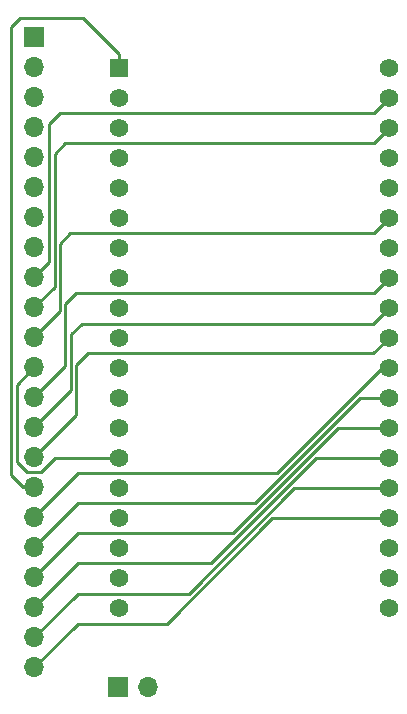
<source format=gbl>
G04 #@! TF.GenerationSoftware,KiCad,Pcbnew,7.0.6*
G04 #@! TF.CreationDate,2024-02-26T11:52:11-05:00*
G04 #@! TF.ProjectId,CHESSmate CPU,43484553-536d-4617-9465-204350552e6b,rev?*
G04 #@! TF.SameCoordinates,Original*
G04 #@! TF.FileFunction,Copper,L2,Bot*
G04 #@! TF.FilePolarity,Positive*
%FSLAX46Y46*%
G04 Gerber Fmt 4.6, Leading zero omitted, Abs format (unit mm)*
G04 Created by KiCad (PCBNEW 7.0.6) date 2024-02-26 11:52:11*
%MOMM*%
%LPD*%
G01*
G04 APERTURE LIST*
G04 #@! TA.AperFunction,ComponentPad*
%ADD10R,1.700000X1.700000*%
G04 #@! TD*
G04 #@! TA.AperFunction,ComponentPad*
%ADD11O,1.700000X1.700000*%
G04 #@! TD*
G04 #@! TA.AperFunction,ComponentPad*
%ADD12C,1.560000*%
G04 #@! TD*
G04 #@! TA.AperFunction,ComponentPad*
%ADD13R,1.560000X1.560000*%
G04 #@! TD*
G04 #@! TA.AperFunction,Conductor*
%ADD14C,0.250000*%
G04 #@! TD*
G04 APERTURE END LIST*
D10*
X118905000Y-112380000D03*
D11*
X121445000Y-112380000D03*
D12*
X141787500Y-105714500D03*
X141787500Y-103174500D03*
X141787500Y-100634500D03*
X141787500Y-98094500D03*
X141787500Y-95554500D03*
X141787500Y-93014500D03*
X141787500Y-90474500D03*
X141787500Y-87934500D03*
X141787500Y-85394500D03*
X141787500Y-82854500D03*
X141787500Y-80314500D03*
X141787500Y-77774500D03*
X141787500Y-75234500D03*
X141787500Y-72694500D03*
X141787500Y-70154500D03*
X141787500Y-67614500D03*
X141787500Y-65074500D03*
X141787500Y-62534500D03*
X141787500Y-59994500D03*
X118927500Y-105714500D03*
X118927500Y-103174500D03*
X118927500Y-100634500D03*
X118927500Y-98094500D03*
X118927500Y-95554500D03*
X118927500Y-93014500D03*
X118927500Y-90474500D03*
X118927500Y-87934500D03*
X118927500Y-85394500D03*
X118927500Y-82854500D03*
X118927500Y-80314500D03*
X118927500Y-77774500D03*
X118927500Y-75234500D03*
X118927500Y-72694500D03*
X118927500Y-70154500D03*
X118927500Y-67614500D03*
X118927500Y-65074500D03*
X118927500Y-62534500D03*
D13*
X118927500Y-59994500D03*
D10*
X111750000Y-57370000D03*
D11*
X111750000Y-59910000D03*
X111750000Y-62450000D03*
X111750000Y-64990000D03*
X111750000Y-67530000D03*
X111750000Y-70070000D03*
X111750000Y-72610000D03*
X111750000Y-75150000D03*
X111750000Y-77690000D03*
X111750000Y-80230000D03*
X111750000Y-82770000D03*
X111750000Y-85310000D03*
X111750000Y-87850000D03*
X111750000Y-90390000D03*
X111750000Y-92930000D03*
X111750000Y-95470000D03*
X111750000Y-98010000D03*
X111750000Y-100550000D03*
X111750000Y-103090000D03*
X111750000Y-105630000D03*
X111750000Y-108170000D03*
X111750000Y-110710000D03*
D14*
X110280000Y-86780000D02*
X111750000Y-85310000D01*
X112320000Y-94210000D02*
X113530000Y-93000000D01*
X113530000Y-93000000D02*
X118913000Y-93000000D01*
X111180000Y-94210000D02*
X112320000Y-94210000D01*
X110280000Y-86780000D02*
X110280000Y-93310000D01*
X118913000Y-93000000D02*
X118927500Y-93014500D01*
X110280000Y-93310000D02*
X111180000Y-94210000D01*
X110850000Y-95470000D02*
X111750000Y-95470000D01*
X118927500Y-58787500D02*
X118927500Y-59994500D01*
X109830000Y-56490000D02*
X110590000Y-55730000D01*
X115870000Y-55730000D02*
X118927500Y-58787500D01*
X110850000Y-95470000D02*
X109830000Y-94450000D01*
X110590000Y-55730000D02*
X115870000Y-55730000D01*
X109830000Y-94450000D02*
X109830000Y-56490000D01*
X123035000Y-107010000D02*
X131950500Y-98094500D01*
X111750000Y-110710000D02*
X115450000Y-107010000D01*
X115450000Y-107010000D02*
X123035000Y-107010000D01*
X131950500Y-98094500D02*
X141787500Y-98094500D01*
X124860000Y-104470000D02*
X133775500Y-95554500D01*
X115450000Y-104470000D02*
X124860000Y-104470000D01*
X133775500Y-95554500D02*
X141787500Y-95554500D01*
X111750000Y-108170000D02*
X115450000Y-104470000D01*
X135635500Y-93014500D02*
X141787500Y-93014500D01*
X126740000Y-101910000D02*
X135635500Y-93014500D01*
X115470000Y-101910000D02*
X126740000Y-101910000D01*
X111750000Y-105630000D02*
X115470000Y-101910000D01*
X137485500Y-90474500D02*
X141787500Y-90474500D01*
X115460000Y-99380000D02*
X128580000Y-99380000D01*
X128580000Y-99380000D02*
X137485500Y-90474500D01*
X111750000Y-103090000D02*
X115460000Y-99380000D01*
X139345500Y-87934500D02*
X141787500Y-87934500D01*
X130450000Y-96830000D02*
X139345500Y-87934500D01*
X115470000Y-96830000D02*
X130450000Y-96830000D01*
X111750000Y-100550000D02*
X115470000Y-96830000D01*
X141215500Y-85394500D02*
X141787500Y-85394500D01*
X115470000Y-94290000D02*
X132320000Y-94290000D01*
X132320000Y-94290000D02*
X141215500Y-85394500D01*
X111750000Y-98010000D02*
X115470000Y-94290000D01*
X115350000Y-85130000D02*
X116340000Y-84140000D01*
X115350000Y-89330000D02*
X115350000Y-85130000D01*
X116340000Y-84140000D02*
X140502000Y-84140000D01*
X111750000Y-92930000D02*
X115350000Y-89330000D01*
X140502000Y-84140000D02*
X141787500Y-82854500D01*
X140492000Y-81610000D02*
X141787500Y-80314500D01*
X115820000Y-81610000D02*
X140492000Y-81610000D01*
X114900000Y-82530000D02*
X115820000Y-81610000D01*
X114900000Y-87240000D02*
X114900000Y-82530000D01*
X111750000Y-90390000D02*
X114900000Y-87240000D01*
X140540000Y-79040000D02*
X141805500Y-77774500D01*
X114400000Y-79940000D02*
X115300000Y-79040000D01*
X111750000Y-87850000D02*
X114400000Y-85200000D01*
X114400000Y-85200000D02*
X114400000Y-79940000D01*
X115300000Y-79040000D02*
X140540000Y-79040000D01*
X140512000Y-73970000D02*
X141787500Y-72694500D01*
X114850000Y-73970000D02*
X140512000Y-73970000D01*
X113950000Y-74870000D02*
X114850000Y-73970000D01*
X113950000Y-80570000D02*
X113950000Y-74870000D01*
X111750000Y-82770000D02*
X113950000Y-80570000D01*
X140512000Y-66350000D02*
X141787500Y-65074500D01*
X114390000Y-66350000D02*
X140512000Y-66350000D01*
X113500000Y-67240000D02*
X114390000Y-66350000D01*
X113500000Y-78480000D02*
X113500000Y-67240000D01*
X111750000Y-80230000D02*
X113500000Y-78480000D01*
X113980000Y-63820000D02*
X140560000Y-63820000D01*
X113050000Y-64750000D02*
X113980000Y-63820000D01*
X140560000Y-63820000D02*
X141845500Y-62534500D01*
X113050000Y-76390000D02*
X113050000Y-64750000D01*
X111750000Y-77690000D02*
X113050000Y-76390000D01*
M02*

</source>
